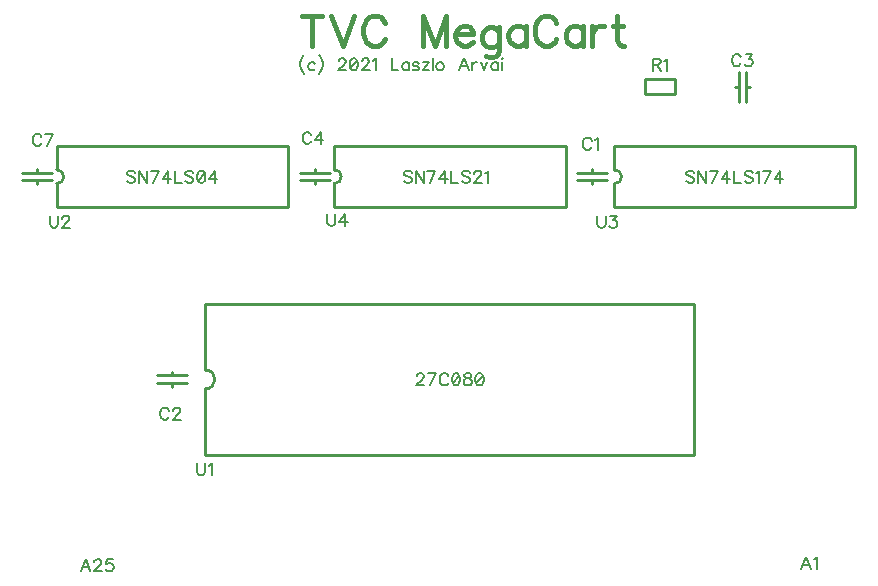
<source format=gbr>
G04 DipTrace 2.4.0.2*
%INTopSilk.gbr*%
%MOIN*%
%ADD10C,0.0098*%
%ADD35C,0.0062*%
%ADD36C,0.0154*%
%FSLAX44Y44*%
G04*
G70*
G90*
G75*
G01*
%LNTopSilk*%
%LPD*%
X25937Y22063D2*
D10*
X26937D1*
X26437Y22061D2*
Y21937D1*
X25937Y22311D2*
X26937D1*
X26437Y22437D2*
Y22313D1*
X11937Y15313D2*
X12937D1*
X12437Y15311D2*
Y15187D1*
X11937Y15561D2*
X12937D1*
X12437Y15687D2*
Y15563D1*
X31561Y24687D2*
Y25687D1*
X31563Y25187D2*
X31687D1*
X31313Y24687D2*
Y25687D1*
X31187Y25187D2*
X31311D1*
X17687Y22311D2*
X16687D1*
X17187Y22313D2*
Y22437D1*
X17687Y22063D2*
X16687D1*
X17187Y21937D2*
Y22061D1*
X8437Y22311D2*
X7437D1*
X7937Y22313D2*
Y22437D1*
X8437Y22063D2*
X7437D1*
X7937Y21937D2*
Y22061D1*
X28186Y25437D2*
Y24937D1*
X29188Y25437D2*
X28186D1*
X29188D2*
Y24937D1*
X28186D1*
X13537Y12910D2*
X29837D1*
X13537Y17949D2*
X29837D1*
Y12910D2*
Y17949D1*
X13537Y12910D2*
Y15114D1*
Y17949D2*
Y15744D1*
Y15114D2*
G03X13537Y15744I0J315D01*
G01*
X8579Y23211D2*
X16295D1*
Y21163D2*
Y23211D1*
X8579Y21163D2*
X16295D1*
X8579D2*
Y21951D1*
Y23211D2*
Y22423D1*
Y21951D2*
G03X8579Y22423I0J236D01*
G01*
X27171Y23211D2*
X35203D1*
Y21163D2*
Y23211D1*
X27171Y21163D2*
X35203D1*
X27171D2*
Y21951D1*
Y23211D2*
Y22423D1*
Y21951D2*
G03X27171Y22423I0J236D01*
G01*
X17829Y23211D2*
X25545D1*
Y21163D2*
Y23211D1*
X17829Y21163D2*
X25545D1*
X17829D2*
Y21951D1*
Y23211D2*
Y22423D1*
Y21951D2*
G03X17829Y22423I0J236D01*
G01*
X26408Y23392D2*
D35*
X26389Y23430D1*
X26351Y23469D1*
X26313Y23488D1*
X26236D1*
X26198Y23469D1*
X26160Y23430D1*
X26140Y23392D1*
X26121Y23335D1*
Y23239D1*
X26140Y23182D1*
X26160Y23143D1*
X26198Y23105D1*
X26236Y23086D1*
X26313D1*
X26351Y23105D1*
X26389Y23143D1*
X26408Y23182D1*
X26532Y23411D2*
X26570Y23430D1*
X26628Y23487D1*
Y23086D1*
X12322Y14392D2*
X12303Y14430D1*
X12265Y14469D1*
X12227Y14488D1*
X12150D1*
X12112Y14469D1*
X12074Y14430D1*
X12054Y14392D1*
X12035Y14335D1*
Y14239D1*
X12054Y14182D1*
X12074Y14143D1*
X12112Y14105D1*
X12150Y14086D1*
X12227D1*
X12265Y14105D1*
X12303Y14143D1*
X12322Y14182D1*
X12465Y14392D2*
Y14411D1*
X12484Y14449D1*
X12503Y14468D1*
X12542Y14487D1*
X12618D1*
X12656Y14468D1*
X12675Y14449D1*
X12695Y14411D1*
Y14373D1*
X12675Y14334D1*
X12637Y14277D1*
X12446Y14086D1*
X12714D1*
X31385Y26177D2*
X31366Y26215D1*
X31327Y26254D1*
X31289Y26273D1*
X31213D1*
X31174Y26254D1*
X31136Y26215D1*
X31117Y26177D1*
X31098Y26120D1*
Y26024D1*
X31117Y25967D1*
X31136Y25928D1*
X31174Y25890D1*
X31213Y25871D1*
X31289D1*
X31327Y25890D1*
X31366Y25928D1*
X31385Y25967D1*
X31547Y26272D2*
X31757D1*
X31642Y26119D1*
X31700D1*
X31738Y26100D1*
X31757Y26081D1*
X31776Y26024D1*
Y25986D1*
X31757Y25928D1*
X31719Y25890D1*
X31661Y25871D1*
X31604D1*
X31547Y25890D1*
X31528Y25909D1*
X31508Y25947D1*
X17063Y23580D2*
X17044Y23618D1*
X17005Y23656D1*
X16967Y23675D1*
X16891D1*
X16852Y23656D1*
X16814Y23618D1*
X16795Y23580D1*
X16776Y23522D1*
Y23426D1*
X16795Y23369D1*
X16814Y23331D1*
X16852Y23293D1*
X16891Y23273D1*
X16967D1*
X17005Y23293D1*
X17044Y23331D1*
X17063Y23369D1*
X17378Y23273D2*
Y23675D1*
X17186Y23407D1*
X17473D1*
X8072Y23517D2*
X8053Y23555D1*
X8015Y23594D1*
X7977Y23613D1*
X7900D1*
X7862Y23594D1*
X7824Y23555D1*
X7804Y23517D1*
X7785Y23460D1*
Y23364D1*
X7804Y23307D1*
X7824Y23268D1*
X7862Y23230D1*
X7900Y23211D1*
X7977D1*
X8015Y23230D1*
X8053Y23268D1*
X8072Y23307D1*
X8272Y23211D2*
X8464Y23612D1*
X8196D1*
X28443Y25921D2*
X28615D1*
X28673Y25941D1*
X28692Y25960D1*
X28711Y25998D1*
Y26036D1*
X28692Y26074D1*
X28673Y26094D1*
X28615Y26113D1*
X28443D1*
Y25711D1*
X28577Y25921D2*
X28711Y25711D1*
X28835Y26036D2*
X28873Y26055D1*
X28931Y26112D1*
Y25711D1*
X13256Y12631D2*
Y12344D1*
X13275Y12286D1*
X13313Y12248D1*
X13371Y12229D1*
X13409D1*
X13466Y12248D1*
X13505Y12286D1*
X13524Y12344D1*
Y12631D1*
X13647Y12554D2*
X13686Y12573D1*
X13743Y12630D1*
Y12229D1*
X20585Y15535D2*
Y15554D1*
X20604Y15593D1*
X20623Y15612D1*
X20661Y15631D1*
X20738D1*
X20776Y15612D1*
X20795Y15593D1*
X20814Y15554D1*
Y15516D1*
X20795Y15478D1*
X20757Y15421D1*
X20565Y15229D1*
X20833D1*
X21033D2*
X21225Y15631D1*
X20957D1*
X21635Y15536D2*
X21616Y15574D1*
X21577Y15612D1*
X21539Y15631D1*
X21463D1*
X21425Y15612D1*
X21386Y15574D1*
X21367Y15536D1*
X21348Y15478D1*
Y15382D1*
X21367Y15325D1*
X21386Y15287D1*
X21425Y15249D1*
X21463Y15229D1*
X21539D1*
X21577Y15249D1*
X21616Y15287D1*
X21635Y15325D1*
X21873Y15631D2*
X21816Y15612D1*
X21778Y15554D1*
X21758Y15459D1*
Y15401D1*
X21778Y15306D1*
X21816Y15248D1*
X21873Y15229D1*
X21911D1*
X21969Y15248D1*
X22007Y15306D1*
X22026Y15401D1*
Y15459D1*
X22007Y15554D1*
X21969Y15612D1*
X21911Y15631D1*
X21873D1*
X22007Y15554D2*
X21778Y15306D1*
X22245Y15631D2*
X22188Y15612D1*
X22169Y15574D1*
Y15535D1*
X22188Y15497D1*
X22226Y15478D1*
X22303Y15459D1*
X22360Y15440D1*
X22398Y15401D1*
X22417Y15363D1*
Y15306D1*
X22398Y15268D1*
X22379Y15248D1*
X22322Y15229D1*
X22245D1*
X22188Y15248D1*
X22169Y15268D1*
X22150Y15306D1*
Y15363D1*
X22169Y15401D1*
X22207Y15440D1*
X22264Y15459D1*
X22341Y15478D1*
X22379Y15497D1*
X22398Y15535D1*
Y15574D1*
X22379Y15612D1*
X22322Y15631D1*
X22245D1*
X22656D2*
X22598Y15612D1*
X22560Y15554D1*
X22541Y15459D1*
Y15401D1*
X22560Y15306D1*
X22598Y15248D1*
X22656Y15229D1*
X22694D1*
X22751Y15248D1*
X22789Y15306D1*
X22809Y15401D1*
Y15459D1*
X22789Y15554D1*
X22751Y15612D1*
X22694Y15631D1*
X22656D1*
X22789Y15554D2*
X22560Y15306D1*
X8357Y20881D2*
Y20594D1*
X8376Y20536D1*
X8415Y20498D1*
X8472Y20479D1*
X8510D1*
X8568Y20498D1*
X8606Y20536D1*
X8625Y20594D1*
Y20881D1*
X8768Y20785D2*
Y20804D1*
X8787Y20842D1*
X8806Y20861D1*
X8845Y20880D1*
X8921D1*
X8959Y20861D1*
X8978Y20842D1*
X8998Y20804D1*
Y20766D1*
X8978Y20727D1*
X8940Y20670D1*
X8749Y20479D1*
X9017D1*
X11201Y22324D2*
X11163Y22362D1*
X11106Y22381D1*
X11029D1*
X10972Y22362D1*
X10933Y22324D1*
Y22286D1*
X10953Y22247D1*
X10972Y22228D1*
X11010Y22209D1*
X11125Y22171D1*
X11163Y22152D1*
X11182Y22132D1*
X11201Y22094D1*
Y22037D1*
X11163Y21999D1*
X11106Y21979D1*
X11029D1*
X10972Y21999D1*
X10933Y22037D1*
X11593Y22381D2*
Y21979D1*
X11325Y22381D1*
Y21979D1*
X11793D2*
X11984Y22381D1*
X11716D1*
X12299Y21979D2*
Y22381D1*
X12108Y22113D1*
X12394D1*
X12518Y22381D2*
Y21979D1*
X12747D1*
X13139Y22324D2*
X13101Y22362D1*
X13043Y22381D1*
X12967D1*
X12909Y22362D1*
X12871Y22324D1*
Y22286D1*
X12890Y22247D1*
X12909Y22228D1*
X12947Y22209D1*
X13062Y22171D1*
X13101Y22152D1*
X13120Y22132D1*
X13139Y22094D1*
Y22037D1*
X13101Y21999D1*
X13043Y21979D1*
X12967D1*
X12909Y21999D1*
X12871Y22037D1*
X13377Y22381D2*
X13320Y22362D1*
X13281Y22304D1*
X13262Y22209D1*
Y22151D1*
X13281Y22056D1*
X13320Y21998D1*
X13377Y21979D1*
X13415D1*
X13473Y21998D1*
X13511Y22056D1*
X13530Y22151D1*
Y22209D1*
X13511Y22304D1*
X13473Y22362D1*
X13415Y22381D1*
X13377D1*
X13511Y22304D2*
X13281Y22056D1*
X13845Y21979D2*
Y22381D1*
X13654Y22113D1*
X13941D1*
X26607Y20881D2*
Y20594D1*
X26626Y20536D1*
X26665Y20498D1*
X26722Y20479D1*
X26760D1*
X26818Y20498D1*
X26856Y20536D1*
X26875Y20594D1*
Y20881D1*
X27037Y20880D2*
X27247D1*
X27133Y20727D1*
X27190D1*
X27228Y20708D1*
X27247Y20689D1*
X27267Y20632D1*
Y20594D1*
X27247Y20536D1*
X27209Y20498D1*
X27152Y20479D1*
X27094D1*
X27037Y20498D1*
X27018Y20517D1*
X26999Y20555D1*
X29841Y22324D2*
X29803Y22362D1*
X29746Y22381D1*
X29669D1*
X29612Y22362D1*
X29573Y22324D1*
Y22286D1*
X29593Y22247D1*
X29612Y22228D1*
X29650Y22209D1*
X29765Y22171D1*
X29803Y22152D1*
X29822Y22132D1*
X29841Y22094D1*
Y22037D1*
X29803Y21999D1*
X29746Y21979D1*
X29669D1*
X29612Y21999D1*
X29573Y22037D1*
X30233Y22381D2*
Y21979D1*
X29965Y22381D1*
Y21979D1*
X30433D2*
X30624Y22381D1*
X30356D1*
X30939Y21979D2*
Y22381D1*
X30748Y22113D1*
X31035D1*
X31158Y22381D2*
Y21979D1*
X31388D1*
X31779Y22324D2*
X31741Y22362D1*
X31684Y22381D1*
X31607D1*
X31550Y22362D1*
X31511Y22324D1*
Y22286D1*
X31531Y22247D1*
X31550Y22228D1*
X31588Y22209D1*
X31703Y22171D1*
X31741Y22152D1*
X31760Y22132D1*
X31779Y22094D1*
Y22037D1*
X31741Y21999D1*
X31684Y21979D1*
X31607D1*
X31550Y21999D1*
X31511Y22037D1*
X31903Y22304D2*
X31941Y22324D1*
X31999Y22381D1*
Y21979D1*
X32199D2*
X32390Y22381D1*
X32122D1*
X32705Y21979D2*
Y22381D1*
X32514Y22113D1*
X32801D1*
X17598Y20943D2*
Y20656D1*
X17617Y20599D1*
X17655Y20561D1*
X17713Y20541D1*
X17751D1*
X17808Y20561D1*
X17847Y20599D1*
X17866Y20656D1*
Y20943D1*
X18181Y20541D2*
Y20943D1*
X17989Y20675D1*
X18276D1*
X20422Y22324D2*
X20384Y22362D1*
X20326Y22381D1*
X20250D1*
X20192Y22362D1*
X20154Y22324D1*
Y22286D1*
X20173Y22247D1*
X20192Y22228D1*
X20230Y22209D1*
X20345Y22171D1*
X20384Y22152D1*
X20403Y22132D1*
X20422Y22094D1*
Y22037D1*
X20384Y21999D1*
X20326Y21979D1*
X20250D1*
X20192Y21999D1*
X20154Y22037D1*
X20813Y22381D2*
Y21979D1*
X20545Y22381D1*
Y21979D1*
X21013D2*
X21205Y22381D1*
X20937D1*
X21519Y21979D2*
Y22381D1*
X21328Y22113D1*
X21615D1*
X21739Y22381D2*
Y21979D1*
X21968D1*
X22359Y22324D2*
X22321Y22362D1*
X22264Y22381D1*
X22187D1*
X22130Y22362D1*
X22091Y22324D1*
Y22286D1*
X22111Y22247D1*
X22130Y22228D1*
X22168Y22209D1*
X22283Y22171D1*
X22321Y22152D1*
X22340Y22132D1*
X22359Y22094D1*
Y22037D1*
X22321Y21999D1*
X22264Y21979D1*
X22187D1*
X22130Y21999D1*
X22091Y22037D1*
X22502Y22285D2*
Y22304D1*
X22521Y22343D1*
X22540Y22362D1*
X22579Y22381D1*
X22655D1*
X22693Y22362D1*
X22712Y22343D1*
X22732Y22304D1*
Y22266D1*
X22712Y22228D1*
X22674Y22171D1*
X22483Y21979D1*
X22751D1*
X22874Y22304D2*
X22913Y22324D1*
X22970Y22381D1*
Y21979D1*
X17084Y27550D2*
D36*
Y26545D1*
X16750Y27550D2*
X17419D1*
X17728D2*
X18111Y26545D1*
X18493Y27550D1*
X19519Y27311D2*
X19472Y27406D1*
X19376Y27502D1*
X19281Y27550D1*
X19089D1*
X18993Y27502D1*
X18898Y27406D1*
X18849Y27311D1*
X18802Y27168D1*
Y26928D1*
X18849Y26785D1*
X18898Y26689D1*
X18993Y26594D1*
X19089Y26545D1*
X19281D1*
X19376Y26594D1*
X19472Y26689D1*
X19519Y26785D1*
X21565Y26545D2*
Y27550D1*
X21183Y26545D1*
X20800Y27550D1*
Y26545D1*
X21874Y26928D2*
X22447D1*
Y27024D1*
X22400Y27120D1*
X22352Y27168D1*
X22256Y27215D1*
X22113D1*
X22017Y27168D1*
X21921Y27071D1*
X21874Y26928D1*
Y26833D1*
X21921Y26689D1*
X22017Y26594D1*
X22113Y26545D1*
X22256D1*
X22352Y26594D1*
X22447Y26689D1*
X23330Y27168D2*
Y26402D1*
X23282Y26259D1*
X23235Y26210D1*
X23139Y26163D1*
X22995D1*
X22900Y26210D1*
X23330Y27024D2*
X23235Y27119D1*
X23139Y27168D1*
X22995D1*
X22900Y27119D1*
X22804Y27024D1*
X22756Y26880D1*
Y26784D1*
X22804Y26641D1*
X22900Y26545D1*
X22995Y26498D1*
X23139D1*
X23235Y26545D1*
X23330Y26641D1*
X24212Y27215D2*
Y26545D1*
Y27071D2*
X24117Y27168D1*
X24021Y27215D1*
X23879D1*
X23782Y27168D1*
X23687Y27071D1*
X23639Y26928D1*
Y26833D1*
X23687Y26689D1*
X23782Y26594D1*
X23879Y26545D1*
X24021D1*
X24117Y26594D1*
X24212Y26689D1*
X25239Y27311D2*
X25191Y27406D1*
X25095Y27502D1*
X25000Y27550D1*
X24809D1*
X24712Y27502D1*
X24617Y27406D1*
X24569Y27311D1*
X24521Y27168D1*
Y26928D1*
X24569Y26785D1*
X24617Y26689D1*
X24712Y26594D1*
X24809Y26545D1*
X25000D1*
X25095Y26594D1*
X25191Y26689D1*
X25239Y26785D1*
X26121Y27215D2*
Y26545D1*
Y27071D2*
X26026Y27168D1*
X25930Y27215D1*
X25787D1*
X25691Y27168D1*
X25596Y27071D1*
X25547Y26928D1*
Y26833D1*
X25596Y26689D1*
X25691Y26594D1*
X25787Y26545D1*
X25930D1*
X26026Y26594D1*
X26121Y26689D1*
X26430Y27215D2*
Y26545D1*
Y26928D2*
X26479Y27071D1*
X26574Y27168D1*
X26670Y27215D1*
X26813D1*
X27266Y27550D2*
Y26736D1*
X27313Y26594D1*
X27410Y26545D1*
X27505D1*
X27122Y27215D2*
X27457D1*
X16837Y26233D2*
D35*
X16799Y26195D1*
X16761Y26138D1*
X16722Y26061D1*
X16703Y25965D1*
Y25889D1*
X16722Y25793D1*
X16761Y25717D1*
X16799Y25659D1*
X16837Y25621D1*
X17191Y25937D2*
X17152Y25976D1*
X17114Y25995D1*
X17057D1*
X17018Y25976D1*
X16980Y25937D1*
X16961Y25880D1*
Y25842D1*
X16980Y25784D1*
X17018Y25746D1*
X17057Y25727D1*
X17114D1*
X17152Y25746D1*
X17191Y25784D1*
X17314Y26233D2*
X17353Y26195D1*
X17391Y26138D1*
X17429Y26061D1*
X17448Y25965D1*
Y25889D1*
X17429Y25793D1*
X17391Y25717D1*
X17353Y25659D1*
X17314Y25621D1*
X17980Y26033D2*
Y26052D1*
X17999Y26090D1*
X18018Y26109D1*
X18056Y26128D1*
X18133D1*
X18171Y26109D1*
X18190Y26090D1*
X18209Y26052D1*
Y26014D1*
X18190Y25975D1*
X18152Y25918D1*
X17960Y25727D1*
X18228D1*
X18467Y26128D2*
X18409Y26109D1*
X18371Y26052D1*
X18352Y25956D1*
Y25899D1*
X18371Y25803D1*
X18409Y25746D1*
X18467Y25727D1*
X18505D1*
X18562Y25746D1*
X18600Y25803D1*
X18620Y25899D1*
Y25956D1*
X18600Y26052D1*
X18562Y26109D1*
X18505Y26128D1*
X18467D1*
X18600Y26052D2*
X18371Y25803D1*
X18763Y26033D2*
Y26052D1*
X18782Y26090D1*
X18801Y26109D1*
X18839Y26128D1*
X18916D1*
X18954Y26109D1*
X18973Y26090D1*
X18992Y26052D1*
Y26014D1*
X18973Y25975D1*
X18935Y25918D1*
X18743Y25727D1*
X19011D1*
X19135Y26052D2*
X19173Y26071D1*
X19231Y26128D1*
Y25727D1*
X19743Y26129D2*
Y25727D1*
X19973D1*
X20326Y25995D2*
Y25727D1*
Y25937D2*
X20288Y25976D1*
X20249Y25995D1*
X20192D1*
X20154Y25976D1*
X20116Y25937D1*
X20096Y25880D1*
Y25842D1*
X20116Y25784D1*
X20154Y25746D1*
X20192Y25727D1*
X20249D1*
X20288Y25746D1*
X20326Y25784D1*
X20660Y25937D2*
X20641Y25976D1*
X20583Y25995D1*
X20526D1*
X20468Y25976D1*
X20449Y25937D1*
X20468Y25899D1*
X20507Y25880D1*
X20602Y25861D1*
X20641Y25842D1*
X20660Y25803D1*
Y25784D1*
X20641Y25746D1*
X20583Y25727D1*
X20526D1*
X20468Y25746D1*
X20449Y25784D1*
X20783Y25995D2*
X20994D1*
X20783Y25727D1*
X20994D1*
X21117Y26129D2*
Y25727D1*
X21336Y25995D2*
X21298Y25976D1*
X21260Y25937D1*
X21241Y25880D1*
Y25842D1*
X21260Y25784D1*
X21298Y25746D1*
X21336Y25727D1*
X21394D1*
X21432Y25746D1*
X21470Y25784D1*
X21489Y25842D1*
Y25880D1*
X21470Y25937D1*
X21432Y25976D1*
X21394Y25995D1*
X21336D1*
X22308Y25727D2*
X22155Y26129D1*
X22002Y25727D1*
X22059Y25861D2*
X22251D1*
X22432Y25995D2*
Y25727D1*
Y25880D2*
X22451Y25937D1*
X22489Y25976D1*
X22528Y25995D1*
X22585D1*
X22709D2*
X22824Y25727D1*
X22938Y25995D1*
X23291D2*
Y25727D1*
Y25937D2*
X23253Y25976D1*
X23215Y25995D1*
X23158D1*
X23119Y25976D1*
X23081Y25937D1*
X23062Y25880D1*
Y25842D1*
X23081Y25784D1*
X23119Y25746D1*
X23158Y25727D1*
X23215D1*
X23253Y25746D1*
X23291Y25784D1*
X23415Y26129D2*
X23434Y26110D1*
X23453Y26129D1*
X23434Y26148D1*
X23415Y26129D1*
X23434Y25995D2*
Y25727D1*
X33712Y9102D2*
X33558Y9504D1*
X33405Y9102D1*
X33463Y9236D2*
X33654D1*
X33835Y9427D2*
X33874Y9446D1*
X33931Y9503D1*
Y9102D1*
X9697Y9039D2*
X9544Y9441D1*
X9391Y9039D1*
X9448Y9173D2*
X9640D1*
X9840Y9345D2*
Y9364D1*
X9859Y9403D1*
X9878Y9422D1*
X9917Y9441D1*
X9993D1*
X10031Y9422D1*
X10050Y9403D1*
X10070Y9364D1*
Y9326D1*
X10050Y9288D1*
X10012Y9231D1*
X9821Y9039D1*
X10089D1*
X10442Y9441D2*
X10251D1*
X10232Y9269D1*
X10251Y9288D1*
X10308Y9307D1*
X10365D1*
X10423Y9288D1*
X10461Y9250D1*
X10480Y9192D1*
Y9154D1*
X10461Y9097D1*
X10423Y9058D1*
X10365Y9039D1*
X10308D1*
X10251Y9058D1*
X10232Y9078D1*
X10212Y9116D1*
M02*

</source>
